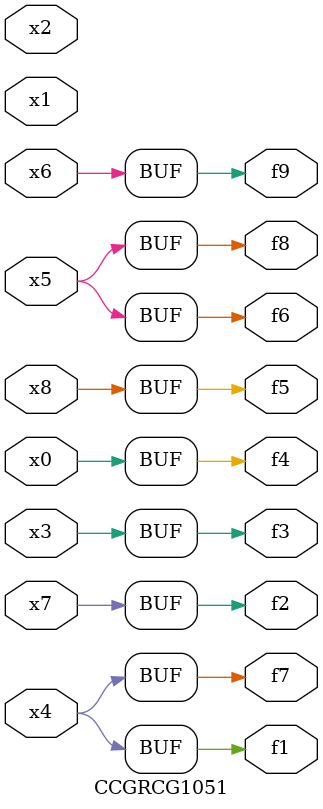
<source format=v>
module CCGRCG1051(
	input x0, x1, x2, x3, x4, x5, x6, x7, x8,
	output f1, f2, f3, f4, f5, f6, f7, f8, f9
);
	assign f1 = x4;
	assign f2 = x7;
	assign f3 = x3;
	assign f4 = x0;
	assign f5 = x8;
	assign f6 = x5;
	assign f7 = x4;
	assign f8 = x5;
	assign f9 = x6;
endmodule

</source>
